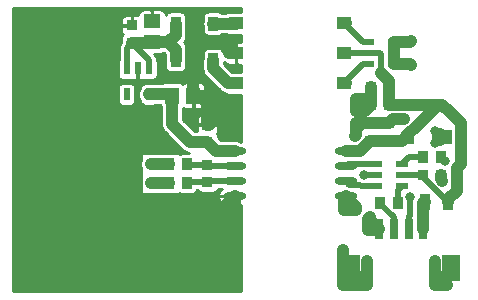
<source format=gbr>
G04 #@! TF.GenerationSoftware,KiCad,Pcbnew,6.0.0-rc1-unknown-5edf350~66~ubuntu18.10.1*
G04 #@! TF.CreationDate,2019-02-07T09:47:30-05:00
G04 #@! TF.ProjectId,current_sensor,63757272-656e-4745-9f73-656e736f722e,rev?*
G04 #@! TF.SameCoordinates,Original*
G04 #@! TF.FileFunction,Copper,L1,Top*
G04 #@! TF.FilePolarity,Positive*
%FSLAX46Y46*%
G04 Gerber Fmt 4.6, Leading zero omitted, Abs format (unit mm)*
G04 Created by KiCad (PCBNEW 6.0.0-rc1-unknown-5edf350~66~ubuntu18.10.1) date 2019-02-07 09:47:30*
%MOMM*%
%LPD*%
G04 APERTURE LIST*
%ADD10R,0.900000X1.200000*%
%ADD11R,0.850000X1.000000*%
%ADD12R,0.950000X1.450000*%
%ADD13R,0.900000X0.950000*%
%ADD14R,0.700000X1.800000*%
%ADD15R,1.600000X2.200000*%
%ADD16R,1.100000X0.600000*%
%ADD17R,1.300000X1.100000*%
%ADD18R,0.950000X0.900000*%
%ADD19R,1.450000X1.150000*%
%ADD20R,1.150000X1.450000*%
%ADD21O,1.950000X0.600000*%
%ADD22R,0.600000X1.100000*%
%ADD23C,0.800000*%
%ADD24C,0.500000*%
%ADD25C,1.000000*%
%ADD26C,0.250000*%
G04 APERTURE END LIST*
D10*
X150500000Y-76900000D03*
X147300000Y-76900000D03*
D11*
X166150000Y-89000000D03*
X164650000Y-89000000D03*
D12*
X168400000Y-88900000D03*
X170400000Y-88900000D03*
D10*
X167100000Y-83400000D03*
X170300000Y-83400000D03*
D13*
X169750000Y-86600000D03*
X168250000Y-86600000D03*
D14*
X164525000Y-91200000D03*
X165775000Y-91200000D03*
X167025000Y-91200000D03*
X168275000Y-91200000D03*
D15*
X162175000Y-94500000D03*
X170625000Y-94500000D03*
D16*
X164300000Y-85650000D03*
X164300000Y-87550000D03*
X164300000Y-86600000D03*
X166500000Y-87550000D03*
X166500000Y-85650000D03*
X166500000Y-86600000D03*
D17*
X161570000Y-78840000D03*
X161570000Y-76300000D03*
X161570000Y-73760000D03*
X152430000Y-73760000D03*
X152430000Y-76300000D03*
X152430000Y-78840000D03*
D18*
X163800000Y-82250000D03*
X163800000Y-83750000D03*
X150000000Y-83850000D03*
X150000000Y-82350000D03*
X150000000Y-87250000D03*
X150000000Y-85750000D03*
X143600000Y-75450000D03*
X143600000Y-73950000D03*
D13*
X163850000Y-80700000D03*
X165350000Y-80700000D03*
X165350000Y-79200000D03*
X163850000Y-79200000D03*
D18*
X165400000Y-82250000D03*
X165400000Y-83750000D03*
D19*
X145300000Y-73600000D03*
X145300000Y-75400000D03*
D20*
X147000000Y-79900000D03*
X148800000Y-79900000D03*
D11*
X168250000Y-85100000D03*
X169750000Y-85100000D03*
X148250000Y-87300000D03*
X146750000Y-87300000D03*
X148250000Y-85700000D03*
X146750000Y-85700000D03*
D21*
X152300000Y-84595000D03*
X152300000Y-85865000D03*
X152300000Y-87135000D03*
X152300000Y-88405000D03*
X161700000Y-88405000D03*
X161700000Y-87135000D03*
X161700000Y-85865000D03*
X161700000Y-84595000D03*
D10*
X147300000Y-73800000D03*
X150500000Y-73800000D03*
D22*
X145050000Y-79800000D03*
X143150000Y-79800000D03*
X144100000Y-77600000D03*
X143150000Y-77600000D03*
X145050000Y-77600000D03*
D16*
X163600000Y-75350000D03*
X163600000Y-77250000D03*
X163600000Y-76300000D03*
X165800000Y-77250000D03*
X165800000Y-75350000D03*
D23*
X161500000Y-93000000D03*
X170300000Y-95900000D03*
X169300000Y-95900000D03*
X169300000Y-94900000D03*
X169300000Y-93900000D03*
X161500000Y-95900000D03*
X162500000Y-95900000D03*
X163500000Y-95900000D03*
X163500000Y-94900000D03*
X163500000Y-93900000D03*
X162600000Y-89600000D03*
X169300000Y-82900000D03*
X169300000Y-83900000D03*
X163764272Y-90210144D03*
X163585651Y-91298110D03*
X162463188Y-83337213D03*
X162600000Y-82200000D03*
X163270745Y-86628392D03*
X167200000Y-75300000D03*
X167200000Y-77300000D03*
X166600000Y-81900000D03*
X162600000Y-81200000D03*
X162600000Y-80200000D03*
X161600000Y-89600000D03*
X169900000Y-87100000D03*
X170132528Y-85476529D03*
X167180400Y-88470994D03*
X145900000Y-85700000D03*
X145200000Y-85700000D03*
X145900000Y-87300000D03*
X151528698Y-89450934D03*
X152507488Y-89450934D03*
X150000000Y-81500000D03*
X151000000Y-81500000D03*
X151000000Y-80500000D03*
X150000000Y-80500000D03*
X145200000Y-87300000D03*
D24*
X163600000Y-75350000D02*
X163160000Y-75350000D01*
X163160000Y-75350000D02*
X161570000Y-73760000D01*
D25*
X161760000Y-73760000D02*
X161570000Y-73760000D01*
D24*
X163600000Y-77250000D02*
X163160000Y-77250000D01*
X163160000Y-77250000D02*
X161570000Y-78840000D01*
D25*
X161760000Y-78840000D02*
X161570000Y-78840000D01*
X170510002Y-81300000D02*
X171450001Y-82239999D01*
X169900002Y-80690000D02*
X170510002Y-81300000D01*
X171100000Y-86000000D02*
X171100000Y-86675000D01*
X169500000Y-80690000D02*
X169900002Y-80690000D01*
X171450001Y-85649999D02*
X171100000Y-86000000D01*
D24*
X170341986Y-88900000D02*
X168250000Y-86808014D01*
X170400000Y-88900000D02*
X170341986Y-88900000D01*
X168250000Y-86808014D02*
X168250000Y-86600000D01*
D25*
X170400000Y-88650000D02*
X171100000Y-87950000D01*
X171100000Y-87950000D02*
X171100000Y-86675000D01*
X170400000Y-88900000D02*
X170400000Y-88650000D01*
D24*
X166500000Y-86600000D02*
X168250000Y-86600000D01*
X164700000Y-76350000D02*
X164700000Y-78000000D01*
D25*
X165350000Y-79200000D02*
X165350000Y-78650000D01*
X165350000Y-78650000D02*
X164700000Y-78000000D01*
X169500000Y-80690000D02*
X165360000Y-80690000D01*
X165360000Y-80690000D02*
X165350000Y-80700000D01*
X169500000Y-80690000D02*
X167660525Y-82536545D01*
X167660525Y-82536545D02*
X167656990Y-82533010D01*
X167089990Y-83100010D02*
X167097060Y-83100010D01*
X165400000Y-83750000D02*
X166440000Y-83750000D01*
X166440000Y-83750000D02*
X167089990Y-83100010D01*
X167097060Y-83100010D02*
X167660525Y-82536545D01*
D24*
X163600000Y-76300000D02*
X161570000Y-76300000D01*
D25*
X165350000Y-79200000D02*
X165350000Y-80700000D01*
D24*
X163600000Y-76300000D02*
X164650000Y-76300000D01*
X164650000Y-76300000D02*
X164700000Y-76350000D01*
D25*
X163800000Y-83750000D02*
X165400000Y-83750000D01*
X161700000Y-84595000D02*
X162955000Y-84595000D01*
X162955000Y-84595000D02*
X163800000Y-83750000D01*
X171450001Y-83300000D02*
X171450001Y-85649999D01*
X171450001Y-82239999D02*
X171450001Y-83300000D01*
X161500000Y-95900000D02*
X161500000Y-93000000D01*
X162500000Y-95900000D02*
X163500000Y-94900000D01*
X170300000Y-95900000D02*
X169300000Y-94900000D01*
X169300000Y-95900000D02*
X170300000Y-95900000D01*
X169300000Y-94900000D02*
X169300000Y-95900000D01*
X169300000Y-93900000D02*
X169300000Y-94900000D01*
X162500000Y-95900000D02*
X161500000Y-95900000D01*
X163500000Y-95900000D02*
X162500000Y-95900000D01*
X163500000Y-94900000D02*
X163500000Y-95900000D01*
X163500000Y-93900000D02*
X163500000Y-94900000D01*
X163764272Y-90210144D02*
X163764272Y-90439272D01*
X163764272Y-90439272D02*
X164525000Y-91200000D01*
X163585651Y-91298110D02*
X164426890Y-91298110D01*
X164426890Y-91298110D02*
X164525000Y-91200000D01*
X162600000Y-89600000D02*
X162600000Y-89305000D01*
X162600000Y-89305000D02*
X161700000Y-88405000D01*
X162600000Y-89600000D02*
X161600000Y-89600000D01*
X161600000Y-89600000D02*
X161600000Y-88505000D01*
X161600000Y-88505000D02*
X161700000Y-88405000D01*
D24*
X169300000Y-83900000D02*
X169800000Y-83900000D01*
X169800000Y-83900000D02*
X170300000Y-83400000D01*
X169300000Y-82900000D02*
X169800000Y-83400000D01*
X169300000Y-82900000D02*
X169800000Y-82900000D01*
X169800000Y-82900000D02*
X170300000Y-83400000D01*
X169300000Y-83900000D02*
X169300000Y-82900000D01*
X170300000Y-83400000D02*
X169800000Y-83400000D01*
X169800000Y-83400000D02*
X169300000Y-83900000D01*
D25*
X163764272Y-90210144D02*
X163764272Y-90339272D01*
X163585651Y-91298110D02*
X163585651Y-90388765D01*
X163585651Y-90388765D02*
X163764272Y-90210144D01*
X163683761Y-91200000D02*
X163585651Y-91298110D01*
X163800000Y-82250000D02*
X163114998Y-82250000D01*
X163114998Y-82250000D02*
X162600000Y-82764998D01*
X162600000Y-82764998D02*
X162600000Y-83200401D01*
X162600000Y-82200000D02*
X162600000Y-83200401D01*
X162600000Y-83200401D02*
X162463188Y-83337213D01*
X163850000Y-80700000D02*
X163850000Y-79200000D01*
X163800000Y-82250000D02*
X162650000Y-82250000D01*
X162650000Y-82250000D02*
X162600000Y-82200000D01*
X162600000Y-81200000D02*
X163350000Y-81200000D01*
X163350000Y-81200000D02*
X163850000Y-80700000D01*
X166034315Y-81900000D02*
X166600000Y-81900000D01*
X165750000Y-81900000D02*
X166034315Y-81900000D01*
X165400000Y-82250000D02*
X165750000Y-81900000D01*
D24*
X164300000Y-86600000D02*
X163299137Y-86600000D01*
X163299137Y-86600000D02*
X163270745Y-86628392D01*
D25*
X165800000Y-75350000D02*
X167150000Y-75350000D01*
X167150000Y-75350000D02*
X167200000Y-75300000D01*
X165800000Y-77250000D02*
X167150000Y-77250000D01*
X167150000Y-77250000D02*
X167200000Y-77300000D01*
X163800000Y-82250000D02*
X165400000Y-82250000D01*
X163800000Y-82250000D02*
X163550000Y-82250000D01*
X162600000Y-80200000D02*
X163350000Y-80200000D01*
X163350000Y-80200000D02*
X163850000Y-80700000D01*
X162600000Y-80200000D02*
X162600000Y-81200000D01*
X165800000Y-75350000D02*
X165800000Y-77250000D01*
X169750000Y-86950000D02*
X169900000Y-87100000D01*
X169750000Y-86600000D02*
X169750000Y-86950000D01*
X147000000Y-79900000D02*
X147000000Y-82325000D01*
X147000000Y-82325000D02*
X148525000Y-83850000D01*
X148525000Y-83850000D02*
X150000000Y-83850000D01*
X152300000Y-84595000D02*
X150745000Y-84595000D01*
X150745000Y-84595000D02*
X150000000Y-83850000D01*
X145050000Y-79800000D02*
X146900000Y-79800000D01*
X146900000Y-79800000D02*
X147000000Y-79900000D01*
X147300000Y-76900000D02*
X147300000Y-76000000D01*
D24*
X145050000Y-77600000D02*
X145050000Y-76900000D01*
X145050000Y-76900000D02*
X143600000Y-75450000D01*
X143150000Y-77600000D02*
X143150000Y-75900000D01*
X143150000Y-75900000D02*
X143600000Y-75450000D01*
D25*
X143600000Y-75450000D02*
X145250000Y-75450000D01*
X145250000Y-75450000D02*
X145300000Y-75400000D01*
X147300000Y-73800000D02*
X147300000Y-74800000D01*
X147300000Y-74800000D02*
X146700000Y-75400000D01*
X146700000Y-75400000D02*
X145300000Y-75400000D01*
X147300000Y-76000000D02*
X146700000Y-75400000D01*
X150500000Y-73800000D02*
X152390000Y-73800000D01*
X152390000Y-73800000D02*
X152430000Y-73760000D01*
X150500000Y-76900000D02*
X150500000Y-77600000D01*
X152430000Y-78840000D02*
X151740000Y-78840000D01*
X151740000Y-78840000D02*
X150500000Y-77600000D01*
D24*
X167180400Y-90019600D02*
X167025000Y-90175000D01*
X167025000Y-90175000D02*
X167025000Y-91200000D01*
X167180400Y-88470994D02*
X167180400Y-90019600D01*
X170132528Y-85435055D02*
X170132528Y-85476529D01*
X169797473Y-85100000D02*
X170132528Y-85435055D01*
X169750000Y-85100000D02*
X169797473Y-85100000D01*
X167125000Y-88526394D02*
X167180400Y-88470994D01*
X150000000Y-85750000D02*
X148300000Y-85750000D01*
X148300000Y-85750000D02*
X148250000Y-85700000D01*
X152300000Y-85865000D02*
X150115000Y-85865000D01*
X150115000Y-85865000D02*
X150000000Y-85750000D01*
X164300000Y-87550000D02*
X163039576Y-87550000D01*
X162944566Y-87454990D02*
X162019990Y-87454990D01*
X163039576Y-87550000D02*
X162944566Y-87454990D01*
X162019990Y-87454990D02*
X161700000Y-87135000D01*
X161915000Y-85650000D02*
X161700000Y-85865000D01*
X164300000Y-85650000D02*
X161915000Y-85650000D01*
D25*
X146750000Y-85700000D02*
X145900000Y-85700000D01*
X145200000Y-85700000D02*
X146750000Y-85700000D01*
D24*
X165775000Y-91200000D02*
X165775000Y-90200000D01*
X165775000Y-90200000D02*
X164650000Y-89075000D01*
X164650000Y-89075000D02*
X164650000Y-89000000D01*
D25*
X146750000Y-87300000D02*
X145900000Y-87300000D01*
X152430000Y-76300000D02*
X151530000Y-75400000D01*
X151530000Y-75400000D02*
X149689998Y-75400000D01*
X149689998Y-75400000D02*
X148800000Y-76289998D01*
X148800000Y-76289998D02*
X148800000Y-79900000D01*
X145200000Y-87300000D02*
X146750000Y-87300000D01*
X151528698Y-89450934D02*
X151528698Y-89176302D01*
X151528698Y-89176302D02*
X152300000Y-88405000D01*
X152507488Y-89450934D02*
X151528698Y-89450934D01*
X152300000Y-88405000D02*
X152300000Y-89243446D01*
X152300000Y-89243446D02*
X152507488Y-89450934D01*
X148800000Y-79900000D02*
X150400000Y-79900000D01*
X150400000Y-79900000D02*
X151000000Y-80500000D01*
X150000000Y-82350000D02*
X150150000Y-82350000D01*
X150150000Y-82350000D02*
X151000000Y-81500000D01*
X150000000Y-82350000D02*
X150000000Y-81500000D01*
X150000000Y-81500000D02*
X150000000Y-80500000D01*
X151000000Y-81500000D02*
X150000000Y-81500000D01*
X151000000Y-80500000D02*
X151000000Y-81500000D01*
X150000000Y-80500000D02*
X151000000Y-80500000D01*
X148800000Y-79900000D02*
X149400000Y-79900000D01*
X149400000Y-79900000D02*
X150000000Y-80500000D01*
X152430000Y-76300000D02*
X151800000Y-76300000D01*
D24*
X166150000Y-88000000D02*
X166150000Y-89000000D01*
X166150000Y-87900000D02*
X166150000Y-88000000D01*
X166500000Y-87550000D02*
X166150000Y-87900000D01*
X168250000Y-85100000D02*
X167050000Y-85100000D01*
X167050000Y-85100000D02*
X166500000Y-85650000D01*
D25*
X168275000Y-91200000D02*
X168275000Y-89025000D01*
X168275000Y-89025000D02*
X168400000Y-88900000D01*
D24*
X168375000Y-88925000D02*
X168400000Y-88900000D01*
X150000000Y-87250000D02*
X148300000Y-87250000D01*
X148300000Y-87250000D02*
X148250000Y-87300000D01*
X152300000Y-87135000D02*
X150115000Y-87135000D01*
X150115000Y-87135000D02*
X150000000Y-87250000D01*
D26*
G36*
X152875000Y-72782944D02*
G01*
X151780000Y-72782944D01*
X151696686Y-72791150D01*
X151616573Y-72815452D01*
X151542740Y-72854916D01*
X151518268Y-72875000D01*
X151223917Y-72875000D01*
X151187260Y-72844916D01*
X151113427Y-72805452D01*
X151033314Y-72781150D01*
X150950000Y-72772944D01*
X150050000Y-72772944D01*
X149966686Y-72781150D01*
X149886573Y-72805452D01*
X149812740Y-72844916D01*
X149748026Y-72898026D01*
X149694916Y-72962740D01*
X149655452Y-73036573D01*
X149631150Y-73116686D01*
X149622944Y-73200000D01*
X149622944Y-73504741D01*
X149588385Y-73618668D01*
X149570525Y-73800000D01*
X149588385Y-73981332D01*
X149622944Y-74095259D01*
X149622944Y-74400000D01*
X149631150Y-74483314D01*
X149655452Y-74563427D01*
X149694916Y-74637260D01*
X149748026Y-74701974D01*
X149812740Y-74755084D01*
X149886573Y-74794548D01*
X149966686Y-74818850D01*
X150050000Y-74827056D01*
X150950000Y-74827056D01*
X151033314Y-74818850D01*
X151113427Y-74794548D01*
X151187260Y-74755084D01*
X151223917Y-74725000D01*
X151683994Y-74725000D01*
X151696686Y-74728850D01*
X151780000Y-74737056D01*
X152875000Y-74737056D01*
X152875000Y-75325000D01*
X152561250Y-75325000D01*
X152455000Y-75431250D01*
X152455000Y-76275000D01*
X152475000Y-76275000D01*
X152475000Y-76325000D01*
X152455000Y-76325000D01*
X152455000Y-77168750D01*
X152561250Y-77275000D01*
X152875000Y-77275000D01*
X152875000Y-77862944D01*
X152071092Y-77862944D01*
X151425000Y-77216853D01*
X151425000Y-77083685D01*
X151449881Y-77120922D01*
X151509078Y-77180119D01*
X151578687Y-77226630D01*
X151656032Y-77258667D01*
X151738141Y-77275000D01*
X152298750Y-77275000D01*
X152405000Y-77168750D01*
X152405000Y-76325000D01*
X152385000Y-76325000D01*
X152385000Y-76275000D01*
X152405000Y-76275000D01*
X152405000Y-75431250D01*
X152298750Y-75325000D01*
X151738141Y-75325000D01*
X151656032Y-75341333D01*
X151578687Y-75373370D01*
X151509078Y-75419881D01*
X151449881Y-75479078D01*
X151403370Y-75548687D01*
X151371332Y-75626032D01*
X151355000Y-75708141D01*
X151355000Y-76168750D01*
X151461248Y-76274998D01*
X151374593Y-76274998D01*
X151368850Y-76216686D01*
X151344548Y-76136573D01*
X151305084Y-76062740D01*
X151251974Y-75998026D01*
X151187260Y-75944916D01*
X151113427Y-75905452D01*
X151033314Y-75881150D01*
X150950000Y-75872944D01*
X150050000Y-75872944D01*
X149966686Y-75881150D01*
X149886573Y-75905452D01*
X149812740Y-75944916D01*
X149748026Y-75998026D01*
X149694916Y-76062740D01*
X149655452Y-76136573D01*
X149631150Y-76216686D01*
X149622944Y-76300000D01*
X149622944Y-76604742D01*
X149588385Y-76718669D01*
X149575000Y-76854566D01*
X149575000Y-77554573D01*
X149570526Y-77600000D01*
X149575000Y-77645427D01*
X149575000Y-77645435D01*
X149586158Y-77758723D01*
X149588385Y-77781331D01*
X149641277Y-77955694D01*
X149727170Y-78116388D01*
X149813799Y-78221946D01*
X149813802Y-78221949D01*
X149842763Y-78257238D01*
X149878052Y-78286199D01*
X151053801Y-79461949D01*
X151082762Y-79497238D01*
X151223611Y-79612830D01*
X151250608Y-79627260D01*
X151384305Y-79698723D01*
X151550091Y-79749013D01*
X151616573Y-79784548D01*
X151696686Y-79808850D01*
X151780000Y-79817056D01*
X152875000Y-79817056D01*
X152875000Y-83870000D01*
X152874670Y-83870000D01*
X152816389Y-83822170D01*
X152655695Y-83736277D01*
X152481332Y-83683385D01*
X152345435Y-83670000D01*
X151128148Y-83670000D01*
X150902056Y-83443909D01*
X150902056Y-83400000D01*
X150893850Y-83316686D01*
X150869548Y-83236573D01*
X150830084Y-83162740D01*
X150777443Y-83098598D01*
X150805119Y-83070922D01*
X150851630Y-83001313D01*
X150883667Y-82923968D01*
X150900000Y-82841859D01*
X150900000Y-82481250D01*
X150793750Y-82375000D01*
X150025000Y-82375000D01*
X150025000Y-82395000D01*
X149975000Y-82395000D01*
X149975000Y-82375000D01*
X149206250Y-82375000D01*
X149100000Y-82481250D01*
X149100000Y-82841859D01*
X149116333Y-82923968D01*
X149116760Y-82925000D01*
X148908148Y-82925000D01*
X147925000Y-81941853D01*
X147925000Y-81858141D01*
X149100000Y-81858141D01*
X149100000Y-82218750D01*
X149206250Y-82325000D01*
X149975000Y-82325000D01*
X149975000Y-81581250D01*
X150025000Y-81581250D01*
X150025000Y-82325000D01*
X150793750Y-82325000D01*
X150900000Y-82218750D01*
X150900000Y-81858141D01*
X150883667Y-81776032D01*
X150851630Y-81698687D01*
X150805119Y-81629078D01*
X150745922Y-81569881D01*
X150676313Y-81523370D01*
X150598968Y-81491332D01*
X150516859Y-81475000D01*
X150131250Y-81475000D01*
X150025000Y-81581250D01*
X149975000Y-81581250D01*
X149868750Y-81475000D01*
X149483141Y-81475000D01*
X149401032Y-81491332D01*
X149323687Y-81523370D01*
X149254078Y-81569881D01*
X149194881Y-81629078D01*
X149148370Y-81698687D01*
X149116333Y-81776032D01*
X149100000Y-81858141D01*
X147925000Y-81858141D01*
X147925000Y-80926041D01*
X147954078Y-80955119D01*
X148023687Y-81001630D01*
X148101032Y-81033667D01*
X148183141Y-81050000D01*
X148668750Y-81050000D01*
X148775000Y-80943750D01*
X148775000Y-79925000D01*
X148825000Y-79925000D01*
X148825000Y-80943750D01*
X148931250Y-81050000D01*
X149416859Y-81050000D01*
X149498968Y-81033667D01*
X149576313Y-81001630D01*
X149645922Y-80955119D01*
X149705119Y-80895922D01*
X149751630Y-80826313D01*
X149783668Y-80748968D01*
X149800000Y-80666859D01*
X149800000Y-80031250D01*
X149693750Y-79925000D01*
X148825000Y-79925000D01*
X148775000Y-79925000D01*
X148755000Y-79925000D01*
X148755000Y-79875000D01*
X148775000Y-79875000D01*
X148775000Y-78856250D01*
X148825000Y-78856250D01*
X148825000Y-79875000D01*
X149693750Y-79875000D01*
X149800000Y-79768750D01*
X149800000Y-79133141D01*
X149783668Y-79051032D01*
X149751630Y-78973687D01*
X149705119Y-78904078D01*
X149645922Y-78844881D01*
X149576313Y-78798370D01*
X149498968Y-78766333D01*
X149416859Y-78750000D01*
X148931250Y-78750000D01*
X148825000Y-78856250D01*
X148775000Y-78856250D01*
X148668750Y-78750000D01*
X148183141Y-78750000D01*
X148101032Y-78766333D01*
X148023687Y-78798370D01*
X147954078Y-78844881D01*
X147899043Y-78899916D01*
X147876974Y-78873026D01*
X147812260Y-78819916D01*
X147738427Y-78780452D01*
X147658314Y-78756150D01*
X147575000Y-78747944D01*
X146425000Y-78747944D01*
X146341686Y-78756150D01*
X146261573Y-78780452D01*
X146187740Y-78819916D01*
X146123026Y-78873026D01*
X146121406Y-78875000D01*
X145549999Y-78875000D01*
X145513427Y-78855452D01*
X145433314Y-78831150D01*
X145350000Y-78822944D01*
X144750000Y-78822944D01*
X144666686Y-78831150D01*
X144586573Y-78855452D01*
X144512740Y-78894916D01*
X144448026Y-78948026D01*
X144394916Y-79012740D01*
X144355452Y-79086573D01*
X144331150Y-79166686D01*
X144325425Y-79224812D01*
X144277170Y-79283611D01*
X144191277Y-79444305D01*
X144138385Y-79618668D01*
X144120525Y-79800000D01*
X144138385Y-79981332D01*
X144191277Y-80155695D01*
X144277170Y-80316389D01*
X144325425Y-80375188D01*
X144331150Y-80433314D01*
X144355452Y-80513427D01*
X144394916Y-80587260D01*
X144448026Y-80651974D01*
X144512740Y-80705084D01*
X144586573Y-80744548D01*
X144666686Y-80768850D01*
X144750000Y-80777056D01*
X145350000Y-80777056D01*
X145433314Y-80768850D01*
X145513427Y-80744548D01*
X145549999Y-80725000D01*
X146011212Y-80725000D01*
X146030452Y-80788427D01*
X146069916Y-80862260D01*
X146075000Y-80868455D01*
X146075001Y-82279564D01*
X146070526Y-82325000D01*
X146088385Y-82506331D01*
X146141277Y-82680694D01*
X146227170Y-82841388D01*
X146313799Y-82946946D01*
X146313802Y-82946949D01*
X146342763Y-82982238D01*
X146378052Y-83011199D01*
X147838801Y-84471949D01*
X147867762Y-84507238D01*
X147903051Y-84536199D01*
X147903053Y-84536201D01*
X147935942Y-84563192D01*
X148008611Y-84622830D01*
X148169305Y-84708723D01*
X148343668Y-84761615D01*
X148458691Y-84772944D01*
X147825000Y-84772944D01*
X147741686Y-84781150D01*
X147661573Y-84805452D01*
X147606306Y-84834992D01*
X147603934Y-84830554D01*
X147588388Y-84811612D01*
X147569446Y-84796066D01*
X147547835Y-84784515D01*
X147524386Y-84777402D01*
X147500000Y-84775000D01*
X147195874Y-84775000D01*
X147175000Y-84772944D01*
X146325000Y-84772944D01*
X146304126Y-84775000D01*
X144500000Y-84775000D01*
X144475614Y-84777402D01*
X144452165Y-84784515D01*
X144430554Y-84796066D01*
X144411612Y-84811612D01*
X144396066Y-84830554D01*
X144384515Y-84852165D01*
X144377402Y-84875614D01*
X144375000Y-84900000D01*
X144375000Y-85281214D01*
X144341277Y-85344305D01*
X144288385Y-85518668D01*
X144270525Y-85700000D01*
X144288385Y-85881332D01*
X144341277Y-86055695D01*
X144375000Y-86118786D01*
X144375000Y-88100000D01*
X144377402Y-88124386D01*
X144384515Y-88147835D01*
X144396066Y-88169446D01*
X144411612Y-88188388D01*
X144430554Y-88203934D01*
X144452165Y-88215485D01*
X144475614Y-88222598D01*
X144500000Y-88225000D01*
X147500000Y-88225000D01*
X147524386Y-88222598D01*
X147547835Y-88215485D01*
X147569446Y-88203934D01*
X147588388Y-88188388D01*
X147603934Y-88169446D01*
X147606306Y-88165008D01*
X147661573Y-88194548D01*
X147741686Y-88218850D01*
X147825000Y-88227056D01*
X148675000Y-88227056D01*
X148758314Y-88218850D01*
X148838427Y-88194548D01*
X148912260Y-88155084D01*
X148976974Y-88101974D01*
X149030084Y-88037260D01*
X149069548Y-87963427D01*
X149081205Y-87925000D01*
X149163363Y-87925000D01*
X149169916Y-87937260D01*
X149223026Y-88001974D01*
X149287740Y-88055084D01*
X149361573Y-88094548D01*
X149441686Y-88118850D01*
X149525000Y-88127056D01*
X150475000Y-88127056D01*
X150558314Y-88118850D01*
X150638427Y-88094548D01*
X150712260Y-88055084D01*
X150776974Y-88001974D01*
X150830084Y-87937260D01*
X150869548Y-87863427D01*
X150885755Y-87810000D01*
X151211902Y-87810000D01*
X151201425Y-87816073D01*
X151094670Y-87910024D01*
X151008295Y-88022997D01*
X150945620Y-88150650D01*
X150913263Y-88266960D01*
X151006755Y-88380000D01*
X152275000Y-88380000D01*
X152275000Y-88360000D01*
X152325000Y-88360000D01*
X152325000Y-88380000D01*
X152345000Y-88380000D01*
X152345000Y-88430000D01*
X152325000Y-88430000D01*
X152325000Y-89130000D01*
X152875000Y-89130000D01*
X152875000Y-96475000D01*
X133525000Y-96475000D01*
X133525000Y-88543040D01*
X150913263Y-88543040D01*
X150945620Y-88659350D01*
X151008295Y-88787003D01*
X151094670Y-88899976D01*
X151201425Y-88993927D01*
X151324458Y-89065246D01*
X151459040Y-89111192D01*
X151600000Y-89130000D01*
X152275000Y-89130000D01*
X152275000Y-88430000D01*
X151006755Y-88430000D01*
X150913263Y-88543040D01*
X133525000Y-88543040D01*
X133525000Y-79250000D01*
X142422944Y-79250000D01*
X142422944Y-80350000D01*
X142431150Y-80433314D01*
X142455452Y-80513427D01*
X142494916Y-80587260D01*
X142548026Y-80651974D01*
X142612740Y-80705084D01*
X142686573Y-80744548D01*
X142766686Y-80768850D01*
X142850000Y-80777056D01*
X143450000Y-80777056D01*
X143533314Y-80768850D01*
X143613427Y-80744548D01*
X143687260Y-80705084D01*
X143751974Y-80651974D01*
X143805084Y-80587260D01*
X143844548Y-80513427D01*
X143868850Y-80433314D01*
X143877056Y-80350000D01*
X143877056Y-79250000D01*
X143868850Y-79166686D01*
X143844548Y-79086573D01*
X143805084Y-79012740D01*
X143751974Y-78948026D01*
X143687260Y-78894916D01*
X143613427Y-78855452D01*
X143533314Y-78831150D01*
X143450000Y-78822944D01*
X142850000Y-78822944D01*
X142766686Y-78831150D01*
X142686573Y-78855452D01*
X142612740Y-78894916D01*
X142548026Y-78948026D01*
X142494916Y-79012740D01*
X142455452Y-79086573D01*
X142431150Y-79166686D01*
X142422944Y-79250000D01*
X133525000Y-79250000D01*
X133525000Y-77050000D01*
X142422944Y-77050000D01*
X142422944Y-78150000D01*
X142431150Y-78233314D01*
X142455452Y-78313427D01*
X142494916Y-78387260D01*
X142548026Y-78451974D01*
X142612740Y-78505084D01*
X142686573Y-78544548D01*
X142766686Y-78568850D01*
X142850000Y-78577056D01*
X143450000Y-78577056D01*
X143533314Y-78568850D01*
X143613427Y-78544548D01*
X143625878Y-78537893D01*
X143676032Y-78558668D01*
X143758141Y-78575000D01*
X143968750Y-78575000D01*
X144075000Y-78468750D01*
X144075000Y-77625000D01*
X144055000Y-77625000D01*
X144055000Y-77575000D01*
X144075000Y-77575000D01*
X144075000Y-77555000D01*
X144125000Y-77555000D01*
X144125000Y-77575000D01*
X144145000Y-77575000D01*
X144145000Y-77625000D01*
X144125000Y-77625000D01*
X144125000Y-78468750D01*
X144231250Y-78575000D01*
X144441859Y-78575000D01*
X144523968Y-78558668D01*
X144574122Y-78537893D01*
X144586573Y-78544548D01*
X144666686Y-78568850D01*
X144750000Y-78577056D01*
X145350000Y-78577056D01*
X145433314Y-78568850D01*
X145513427Y-78544548D01*
X145587260Y-78505084D01*
X145651974Y-78451974D01*
X145705084Y-78387260D01*
X145744548Y-78313427D01*
X145768850Y-78233314D01*
X145777056Y-78150000D01*
X145777056Y-77050000D01*
X145768850Y-76966686D01*
X145744548Y-76886573D01*
X145722967Y-76846197D01*
X145715233Y-76767677D01*
X145700735Y-76719881D01*
X145676636Y-76640439D01*
X145667285Y-76622944D01*
X145613958Y-76523176D01*
X145529606Y-76420394D01*
X145507261Y-76402056D01*
X146025000Y-76402056D01*
X146108314Y-76393850D01*
X146188427Y-76369548D01*
X146262260Y-76330084D01*
X146268455Y-76325000D01*
X146316853Y-76325000D01*
X146375000Y-76383147D01*
X146375000Y-76945434D01*
X146388385Y-77081331D01*
X146422944Y-77195258D01*
X146422944Y-77500000D01*
X146431150Y-77583314D01*
X146455452Y-77663427D01*
X146494916Y-77737260D01*
X146548026Y-77801974D01*
X146612740Y-77855084D01*
X146686573Y-77894548D01*
X146766686Y-77918850D01*
X146850000Y-77927056D01*
X147750000Y-77927056D01*
X147833314Y-77918850D01*
X147913427Y-77894548D01*
X147987260Y-77855084D01*
X148051974Y-77801974D01*
X148105084Y-77737260D01*
X148144548Y-77663427D01*
X148168850Y-77583314D01*
X148177056Y-77500000D01*
X148177056Y-77195259D01*
X148211615Y-77081332D01*
X148225000Y-76945435D01*
X148225000Y-76045426D01*
X148229474Y-75999999D01*
X148225000Y-75954572D01*
X148225000Y-75954565D01*
X148211615Y-75818668D01*
X148158723Y-75644305D01*
X148072830Y-75483611D01*
X148004212Y-75400000D01*
X148072830Y-75316389D01*
X148158723Y-75155695D01*
X148211615Y-74981332D01*
X148225000Y-74845435D01*
X148225000Y-74845428D01*
X148229474Y-74800001D01*
X148225000Y-74754574D01*
X148225000Y-73754565D01*
X148211615Y-73618668D01*
X148177056Y-73504741D01*
X148177056Y-73200000D01*
X148168850Y-73116686D01*
X148144548Y-73036573D01*
X148105084Y-72962740D01*
X148051974Y-72898026D01*
X147987260Y-72844916D01*
X147913427Y-72805452D01*
X147833314Y-72781150D01*
X147750000Y-72772944D01*
X146850000Y-72772944D01*
X146766686Y-72781150D01*
X146686573Y-72805452D01*
X146612740Y-72844916D01*
X146548026Y-72898026D01*
X146494916Y-72962740D01*
X146455452Y-73036573D01*
X146450000Y-73054546D01*
X146450000Y-72983141D01*
X146433667Y-72901032D01*
X146401630Y-72823687D01*
X146355119Y-72754078D01*
X146295922Y-72694881D01*
X146226313Y-72648370D01*
X146148968Y-72616332D01*
X146066859Y-72600000D01*
X145431250Y-72600000D01*
X145325000Y-72706250D01*
X145325000Y-73575000D01*
X145345000Y-73575000D01*
X145345000Y-73625000D01*
X145325000Y-73625000D01*
X145325000Y-73645000D01*
X145275000Y-73645000D01*
X145275000Y-73625000D01*
X145255000Y-73625000D01*
X145255000Y-73575000D01*
X145275000Y-73575000D01*
X145275000Y-72706250D01*
X145168750Y-72600000D01*
X144533141Y-72600000D01*
X144451032Y-72616332D01*
X144373687Y-72648370D01*
X144304078Y-72694881D01*
X144244881Y-72754078D01*
X144198370Y-72823687D01*
X144166333Y-72901032D01*
X144150000Y-72983141D01*
X144150000Y-73081592D01*
X144116859Y-73075000D01*
X143731250Y-73075000D01*
X143625000Y-73181250D01*
X143625000Y-73925000D01*
X143645000Y-73925000D01*
X143645000Y-73975000D01*
X143625000Y-73975000D01*
X143625000Y-73995000D01*
X143575000Y-73995000D01*
X143575000Y-73975000D01*
X142806250Y-73975000D01*
X142700000Y-74081250D01*
X142700000Y-74441859D01*
X142716333Y-74523968D01*
X142748370Y-74601313D01*
X142794881Y-74670922D01*
X142822557Y-74698598D01*
X142769916Y-74762740D01*
X142730452Y-74836573D01*
X142706150Y-74916686D01*
X142697944Y-75000000D01*
X142697944Y-75237156D01*
X142688385Y-75268668D01*
X142673709Y-75417674D01*
X142670395Y-75420394D01*
X142649264Y-75446142D01*
X142649256Y-75446150D01*
X142586043Y-75523176D01*
X142523365Y-75640439D01*
X142484767Y-75767677D01*
X142471735Y-75900000D01*
X142475001Y-75933162D01*
X142475000Y-76850000D01*
X142455452Y-76886573D01*
X142431150Y-76966686D01*
X142422944Y-77050000D01*
X133525000Y-77050000D01*
X133525000Y-73458141D01*
X142700000Y-73458141D01*
X142700000Y-73818750D01*
X142806250Y-73925000D01*
X143575000Y-73925000D01*
X143575000Y-73181250D01*
X143468750Y-73075000D01*
X143083141Y-73075000D01*
X143001032Y-73091332D01*
X142923687Y-73123370D01*
X142854078Y-73169881D01*
X142794881Y-73229078D01*
X142748370Y-73298687D01*
X142716333Y-73376032D01*
X142700000Y-73458141D01*
X133525000Y-73458141D01*
X133525000Y-72525000D01*
X152875000Y-72525000D01*
X152875000Y-72782944D01*
X152875000Y-72782944D01*
G37*
X152875000Y-72782944D02*
X151780000Y-72782944D01*
X151696686Y-72791150D01*
X151616573Y-72815452D01*
X151542740Y-72854916D01*
X151518268Y-72875000D01*
X151223917Y-72875000D01*
X151187260Y-72844916D01*
X151113427Y-72805452D01*
X151033314Y-72781150D01*
X150950000Y-72772944D01*
X150050000Y-72772944D01*
X149966686Y-72781150D01*
X149886573Y-72805452D01*
X149812740Y-72844916D01*
X149748026Y-72898026D01*
X149694916Y-72962740D01*
X149655452Y-73036573D01*
X149631150Y-73116686D01*
X149622944Y-73200000D01*
X149622944Y-73504741D01*
X149588385Y-73618668D01*
X149570525Y-73800000D01*
X149588385Y-73981332D01*
X149622944Y-74095259D01*
X149622944Y-74400000D01*
X149631150Y-74483314D01*
X149655452Y-74563427D01*
X149694916Y-74637260D01*
X149748026Y-74701974D01*
X149812740Y-74755084D01*
X149886573Y-74794548D01*
X149966686Y-74818850D01*
X150050000Y-74827056D01*
X150950000Y-74827056D01*
X151033314Y-74818850D01*
X151113427Y-74794548D01*
X151187260Y-74755084D01*
X151223917Y-74725000D01*
X151683994Y-74725000D01*
X151696686Y-74728850D01*
X151780000Y-74737056D01*
X152875000Y-74737056D01*
X152875000Y-75325000D01*
X152561250Y-75325000D01*
X152455000Y-75431250D01*
X152455000Y-76275000D01*
X152475000Y-76275000D01*
X152475000Y-76325000D01*
X152455000Y-76325000D01*
X152455000Y-77168750D01*
X152561250Y-77275000D01*
X152875000Y-77275000D01*
X152875000Y-77862944D01*
X152071092Y-77862944D01*
X151425000Y-77216853D01*
X151425000Y-77083685D01*
X151449881Y-77120922D01*
X151509078Y-77180119D01*
X151578687Y-77226630D01*
X151656032Y-77258667D01*
X151738141Y-77275000D01*
X152298750Y-77275000D01*
X152405000Y-77168750D01*
X152405000Y-76325000D01*
X152385000Y-76325000D01*
X152385000Y-76275000D01*
X152405000Y-76275000D01*
X152405000Y-75431250D01*
X152298750Y-75325000D01*
X151738141Y-75325000D01*
X151656032Y-75341333D01*
X151578687Y-75373370D01*
X151509078Y-75419881D01*
X151449881Y-75479078D01*
X151403370Y-75548687D01*
X151371332Y-75626032D01*
X151355000Y-75708141D01*
X151355000Y-76168750D01*
X151461248Y-76274998D01*
X151374593Y-76274998D01*
X151368850Y-76216686D01*
X151344548Y-76136573D01*
X151305084Y-76062740D01*
X151251974Y-75998026D01*
X151187260Y-75944916D01*
X151113427Y-75905452D01*
X151033314Y-75881150D01*
X150950000Y-75872944D01*
X150050000Y-75872944D01*
X149966686Y-75881150D01*
X149886573Y-75905452D01*
X149812740Y-75944916D01*
X149748026Y-75998026D01*
X149694916Y-76062740D01*
X149655452Y-76136573D01*
X149631150Y-76216686D01*
X149622944Y-76300000D01*
X149622944Y-76604742D01*
X149588385Y-76718669D01*
X149575000Y-76854566D01*
X149575000Y-77554573D01*
X149570526Y-77600000D01*
X149575000Y-77645427D01*
X149575000Y-77645435D01*
X149586158Y-77758723D01*
X149588385Y-77781331D01*
X149641277Y-77955694D01*
X149727170Y-78116388D01*
X149813799Y-78221946D01*
X149813802Y-78221949D01*
X149842763Y-78257238D01*
X149878052Y-78286199D01*
X151053801Y-79461949D01*
X151082762Y-79497238D01*
X151223611Y-79612830D01*
X151250608Y-79627260D01*
X151384305Y-79698723D01*
X151550091Y-79749013D01*
X151616573Y-79784548D01*
X151696686Y-79808850D01*
X151780000Y-79817056D01*
X152875000Y-79817056D01*
X152875000Y-83870000D01*
X152874670Y-83870000D01*
X152816389Y-83822170D01*
X152655695Y-83736277D01*
X152481332Y-83683385D01*
X152345435Y-83670000D01*
X151128148Y-83670000D01*
X150902056Y-83443909D01*
X150902056Y-83400000D01*
X150893850Y-83316686D01*
X150869548Y-83236573D01*
X150830084Y-83162740D01*
X150777443Y-83098598D01*
X150805119Y-83070922D01*
X150851630Y-83001313D01*
X150883667Y-82923968D01*
X150900000Y-82841859D01*
X150900000Y-82481250D01*
X150793750Y-82375000D01*
X150025000Y-82375000D01*
X150025000Y-82395000D01*
X149975000Y-82395000D01*
X149975000Y-82375000D01*
X149206250Y-82375000D01*
X149100000Y-82481250D01*
X149100000Y-82841859D01*
X149116333Y-82923968D01*
X149116760Y-82925000D01*
X148908148Y-82925000D01*
X147925000Y-81941853D01*
X147925000Y-81858141D01*
X149100000Y-81858141D01*
X149100000Y-82218750D01*
X149206250Y-82325000D01*
X149975000Y-82325000D01*
X149975000Y-81581250D01*
X150025000Y-81581250D01*
X150025000Y-82325000D01*
X150793750Y-82325000D01*
X150900000Y-82218750D01*
X150900000Y-81858141D01*
X150883667Y-81776032D01*
X150851630Y-81698687D01*
X150805119Y-81629078D01*
X150745922Y-81569881D01*
X150676313Y-81523370D01*
X150598968Y-81491332D01*
X150516859Y-81475000D01*
X150131250Y-81475000D01*
X150025000Y-81581250D01*
X149975000Y-81581250D01*
X149868750Y-81475000D01*
X149483141Y-81475000D01*
X149401032Y-81491332D01*
X149323687Y-81523370D01*
X149254078Y-81569881D01*
X149194881Y-81629078D01*
X149148370Y-81698687D01*
X149116333Y-81776032D01*
X149100000Y-81858141D01*
X147925000Y-81858141D01*
X147925000Y-80926041D01*
X147954078Y-80955119D01*
X148023687Y-81001630D01*
X148101032Y-81033667D01*
X148183141Y-81050000D01*
X148668750Y-81050000D01*
X148775000Y-80943750D01*
X148775000Y-79925000D01*
X148825000Y-79925000D01*
X148825000Y-80943750D01*
X148931250Y-81050000D01*
X149416859Y-81050000D01*
X149498968Y-81033667D01*
X149576313Y-81001630D01*
X149645922Y-80955119D01*
X149705119Y-80895922D01*
X149751630Y-80826313D01*
X149783668Y-80748968D01*
X149800000Y-80666859D01*
X149800000Y-80031250D01*
X149693750Y-79925000D01*
X148825000Y-79925000D01*
X148775000Y-79925000D01*
X148755000Y-79925000D01*
X148755000Y-79875000D01*
X148775000Y-79875000D01*
X148775000Y-78856250D01*
X148825000Y-78856250D01*
X148825000Y-79875000D01*
X149693750Y-79875000D01*
X149800000Y-79768750D01*
X149800000Y-79133141D01*
X149783668Y-79051032D01*
X149751630Y-78973687D01*
X149705119Y-78904078D01*
X149645922Y-78844881D01*
X149576313Y-78798370D01*
X149498968Y-78766333D01*
X149416859Y-78750000D01*
X148931250Y-78750000D01*
X148825000Y-78856250D01*
X148775000Y-78856250D01*
X148668750Y-78750000D01*
X148183141Y-78750000D01*
X148101032Y-78766333D01*
X148023687Y-78798370D01*
X147954078Y-78844881D01*
X147899043Y-78899916D01*
X147876974Y-78873026D01*
X147812260Y-78819916D01*
X147738427Y-78780452D01*
X147658314Y-78756150D01*
X147575000Y-78747944D01*
X146425000Y-78747944D01*
X146341686Y-78756150D01*
X146261573Y-78780452D01*
X146187740Y-78819916D01*
X146123026Y-78873026D01*
X146121406Y-78875000D01*
X145549999Y-78875000D01*
X145513427Y-78855452D01*
X145433314Y-78831150D01*
X145350000Y-78822944D01*
X144750000Y-78822944D01*
X144666686Y-78831150D01*
X144586573Y-78855452D01*
X144512740Y-78894916D01*
X144448026Y-78948026D01*
X144394916Y-79012740D01*
X144355452Y-79086573D01*
X144331150Y-79166686D01*
X144325425Y-79224812D01*
X144277170Y-79283611D01*
X144191277Y-79444305D01*
X144138385Y-79618668D01*
X144120525Y-79800000D01*
X144138385Y-79981332D01*
X144191277Y-80155695D01*
X144277170Y-80316389D01*
X144325425Y-80375188D01*
X144331150Y-80433314D01*
X144355452Y-80513427D01*
X144394916Y-80587260D01*
X144448026Y-80651974D01*
X144512740Y-80705084D01*
X144586573Y-80744548D01*
X144666686Y-80768850D01*
X144750000Y-80777056D01*
X145350000Y-80777056D01*
X145433314Y-80768850D01*
X145513427Y-80744548D01*
X145549999Y-80725000D01*
X146011212Y-80725000D01*
X146030452Y-80788427D01*
X146069916Y-80862260D01*
X146075000Y-80868455D01*
X146075001Y-82279564D01*
X146070526Y-82325000D01*
X146088385Y-82506331D01*
X146141277Y-82680694D01*
X146227170Y-82841388D01*
X146313799Y-82946946D01*
X146313802Y-82946949D01*
X146342763Y-82982238D01*
X146378052Y-83011199D01*
X147838801Y-84471949D01*
X147867762Y-84507238D01*
X147903051Y-84536199D01*
X147903053Y-84536201D01*
X147935942Y-84563192D01*
X148008611Y-84622830D01*
X148169305Y-84708723D01*
X148343668Y-84761615D01*
X148458691Y-84772944D01*
X147825000Y-84772944D01*
X147741686Y-84781150D01*
X147661573Y-84805452D01*
X147606306Y-84834992D01*
X147603934Y-84830554D01*
X147588388Y-84811612D01*
X147569446Y-84796066D01*
X147547835Y-84784515D01*
X147524386Y-84777402D01*
X147500000Y-84775000D01*
X147195874Y-84775000D01*
X147175000Y-84772944D01*
X146325000Y-84772944D01*
X146304126Y-84775000D01*
X144500000Y-84775000D01*
X144475614Y-84777402D01*
X144452165Y-84784515D01*
X144430554Y-84796066D01*
X144411612Y-84811612D01*
X144396066Y-84830554D01*
X144384515Y-84852165D01*
X144377402Y-84875614D01*
X144375000Y-84900000D01*
X144375000Y-85281214D01*
X144341277Y-85344305D01*
X144288385Y-85518668D01*
X144270525Y-85700000D01*
X144288385Y-85881332D01*
X144341277Y-86055695D01*
X144375000Y-86118786D01*
X144375000Y-88100000D01*
X144377402Y-88124386D01*
X144384515Y-88147835D01*
X144396066Y-88169446D01*
X144411612Y-88188388D01*
X144430554Y-88203934D01*
X144452165Y-88215485D01*
X144475614Y-88222598D01*
X144500000Y-88225000D01*
X147500000Y-88225000D01*
X147524386Y-88222598D01*
X147547835Y-88215485D01*
X147569446Y-88203934D01*
X147588388Y-88188388D01*
X147603934Y-88169446D01*
X147606306Y-88165008D01*
X147661573Y-88194548D01*
X147741686Y-88218850D01*
X147825000Y-88227056D01*
X148675000Y-88227056D01*
X148758314Y-88218850D01*
X148838427Y-88194548D01*
X148912260Y-88155084D01*
X148976974Y-88101974D01*
X149030084Y-88037260D01*
X149069548Y-87963427D01*
X149081205Y-87925000D01*
X149163363Y-87925000D01*
X149169916Y-87937260D01*
X149223026Y-88001974D01*
X149287740Y-88055084D01*
X149361573Y-88094548D01*
X149441686Y-88118850D01*
X149525000Y-88127056D01*
X150475000Y-88127056D01*
X150558314Y-88118850D01*
X150638427Y-88094548D01*
X150712260Y-88055084D01*
X150776974Y-88001974D01*
X150830084Y-87937260D01*
X150869548Y-87863427D01*
X150885755Y-87810000D01*
X151211902Y-87810000D01*
X151201425Y-87816073D01*
X151094670Y-87910024D01*
X151008295Y-88022997D01*
X150945620Y-88150650D01*
X150913263Y-88266960D01*
X151006755Y-88380000D01*
X152275000Y-88380000D01*
X152275000Y-88360000D01*
X152325000Y-88360000D01*
X152325000Y-88380000D01*
X152345000Y-88380000D01*
X152345000Y-88430000D01*
X152325000Y-88430000D01*
X152325000Y-89130000D01*
X152875000Y-89130000D01*
X152875000Y-96475000D01*
X133525000Y-96475000D01*
X133525000Y-88543040D01*
X150913263Y-88543040D01*
X150945620Y-88659350D01*
X151008295Y-88787003D01*
X151094670Y-88899976D01*
X151201425Y-88993927D01*
X151324458Y-89065246D01*
X151459040Y-89111192D01*
X151600000Y-89130000D01*
X152275000Y-89130000D01*
X152275000Y-88430000D01*
X151006755Y-88430000D01*
X150913263Y-88543040D01*
X133525000Y-88543040D01*
X133525000Y-79250000D01*
X142422944Y-79250000D01*
X142422944Y-80350000D01*
X142431150Y-80433314D01*
X142455452Y-80513427D01*
X142494916Y-80587260D01*
X142548026Y-80651974D01*
X142612740Y-80705084D01*
X142686573Y-80744548D01*
X142766686Y-80768850D01*
X142850000Y-80777056D01*
X143450000Y-80777056D01*
X143533314Y-80768850D01*
X143613427Y-80744548D01*
X143687260Y-80705084D01*
X143751974Y-80651974D01*
X143805084Y-80587260D01*
X143844548Y-80513427D01*
X143868850Y-80433314D01*
X143877056Y-80350000D01*
X143877056Y-79250000D01*
X143868850Y-79166686D01*
X143844548Y-79086573D01*
X143805084Y-79012740D01*
X143751974Y-78948026D01*
X143687260Y-78894916D01*
X143613427Y-78855452D01*
X143533314Y-78831150D01*
X143450000Y-78822944D01*
X142850000Y-78822944D01*
X142766686Y-78831150D01*
X142686573Y-78855452D01*
X142612740Y-78894916D01*
X142548026Y-78948026D01*
X142494916Y-79012740D01*
X142455452Y-79086573D01*
X142431150Y-79166686D01*
X142422944Y-79250000D01*
X133525000Y-79250000D01*
X133525000Y-77050000D01*
X142422944Y-77050000D01*
X142422944Y-78150000D01*
X142431150Y-78233314D01*
X142455452Y-78313427D01*
X142494916Y-78387260D01*
X142548026Y-78451974D01*
X142612740Y-78505084D01*
X142686573Y-78544548D01*
X142766686Y-78568850D01*
X142850000Y-78577056D01*
X143450000Y-78577056D01*
X143533314Y-78568850D01*
X143613427Y-78544548D01*
X143625878Y-78537893D01*
X143676032Y-78558668D01*
X143758141Y-78575000D01*
X143968750Y-78575000D01*
X144075000Y-78468750D01*
X144075000Y-77625000D01*
X144055000Y-77625000D01*
X144055000Y-77575000D01*
X144075000Y-77575000D01*
X144075000Y-77555000D01*
X144125000Y-77555000D01*
X144125000Y-77575000D01*
X144145000Y-77575000D01*
X144145000Y-77625000D01*
X144125000Y-77625000D01*
X144125000Y-78468750D01*
X144231250Y-78575000D01*
X144441859Y-78575000D01*
X144523968Y-78558668D01*
X144574122Y-78537893D01*
X144586573Y-78544548D01*
X144666686Y-78568850D01*
X144750000Y-78577056D01*
X145350000Y-78577056D01*
X145433314Y-78568850D01*
X145513427Y-78544548D01*
X145587260Y-78505084D01*
X145651974Y-78451974D01*
X145705084Y-78387260D01*
X145744548Y-78313427D01*
X145768850Y-78233314D01*
X145777056Y-78150000D01*
X145777056Y-77050000D01*
X145768850Y-76966686D01*
X145744548Y-76886573D01*
X145722967Y-76846197D01*
X145715233Y-76767677D01*
X145700735Y-76719881D01*
X145676636Y-76640439D01*
X145667285Y-76622944D01*
X145613958Y-76523176D01*
X145529606Y-76420394D01*
X145507261Y-76402056D01*
X146025000Y-76402056D01*
X146108314Y-76393850D01*
X146188427Y-76369548D01*
X146262260Y-76330084D01*
X146268455Y-76325000D01*
X146316853Y-76325000D01*
X146375000Y-76383147D01*
X146375000Y-76945434D01*
X146388385Y-77081331D01*
X146422944Y-77195258D01*
X146422944Y-77500000D01*
X146431150Y-77583314D01*
X146455452Y-77663427D01*
X146494916Y-77737260D01*
X146548026Y-77801974D01*
X146612740Y-77855084D01*
X146686573Y-77894548D01*
X146766686Y-77918850D01*
X146850000Y-77927056D01*
X147750000Y-77927056D01*
X147833314Y-77918850D01*
X147913427Y-77894548D01*
X147987260Y-77855084D01*
X148051974Y-77801974D01*
X148105084Y-77737260D01*
X148144548Y-77663427D01*
X148168850Y-77583314D01*
X148177056Y-77500000D01*
X148177056Y-77195259D01*
X148211615Y-77081332D01*
X148225000Y-76945435D01*
X148225000Y-76045426D01*
X148229474Y-75999999D01*
X148225000Y-75954572D01*
X148225000Y-75954565D01*
X148211615Y-75818668D01*
X148158723Y-75644305D01*
X148072830Y-75483611D01*
X148004212Y-75400000D01*
X148072830Y-75316389D01*
X148158723Y-75155695D01*
X148211615Y-74981332D01*
X148225000Y-74845435D01*
X148225000Y-74845428D01*
X148229474Y-74800001D01*
X148225000Y-74754574D01*
X148225000Y-73754565D01*
X148211615Y-73618668D01*
X148177056Y-73504741D01*
X148177056Y-73200000D01*
X148168850Y-73116686D01*
X148144548Y-73036573D01*
X148105084Y-72962740D01*
X148051974Y-72898026D01*
X147987260Y-72844916D01*
X147913427Y-72805452D01*
X147833314Y-72781150D01*
X147750000Y-72772944D01*
X146850000Y-72772944D01*
X146766686Y-72781150D01*
X146686573Y-72805452D01*
X146612740Y-72844916D01*
X146548026Y-72898026D01*
X146494916Y-72962740D01*
X146455452Y-73036573D01*
X146450000Y-73054546D01*
X146450000Y-72983141D01*
X146433667Y-72901032D01*
X146401630Y-72823687D01*
X146355119Y-72754078D01*
X146295922Y-72694881D01*
X146226313Y-72648370D01*
X146148968Y-72616332D01*
X146066859Y-72600000D01*
X145431250Y-72600000D01*
X145325000Y-72706250D01*
X145325000Y-73575000D01*
X145345000Y-73575000D01*
X145345000Y-73625000D01*
X145325000Y-73625000D01*
X145325000Y-73645000D01*
X145275000Y-73645000D01*
X145275000Y-73625000D01*
X145255000Y-73625000D01*
X145255000Y-73575000D01*
X145275000Y-73575000D01*
X145275000Y-72706250D01*
X145168750Y-72600000D01*
X144533141Y-72600000D01*
X144451032Y-72616332D01*
X144373687Y-72648370D01*
X144304078Y-72694881D01*
X144244881Y-72754078D01*
X144198370Y-72823687D01*
X144166333Y-72901032D01*
X144150000Y-72983141D01*
X144150000Y-73081592D01*
X144116859Y-73075000D01*
X143731250Y-73075000D01*
X143625000Y-73181250D01*
X143625000Y-73925000D01*
X143645000Y-73925000D01*
X143645000Y-73975000D01*
X143625000Y-73975000D01*
X143625000Y-73995000D01*
X143575000Y-73995000D01*
X143575000Y-73975000D01*
X142806250Y-73975000D01*
X142700000Y-74081250D01*
X142700000Y-74441859D01*
X142716333Y-74523968D01*
X142748370Y-74601313D01*
X142794881Y-74670922D01*
X142822557Y-74698598D01*
X142769916Y-74762740D01*
X142730452Y-74836573D01*
X142706150Y-74916686D01*
X142697944Y-75000000D01*
X142697944Y-75237156D01*
X142688385Y-75268668D01*
X142673709Y-75417674D01*
X142670395Y-75420394D01*
X142649264Y-75446142D01*
X142649256Y-75446150D01*
X142586043Y-75523176D01*
X142523365Y-75640439D01*
X142484767Y-75767677D01*
X142471735Y-75900000D01*
X142475001Y-75933162D01*
X142475000Y-76850000D01*
X142455452Y-76886573D01*
X142431150Y-76966686D01*
X142422944Y-77050000D01*
X133525000Y-77050000D01*
X133525000Y-73458141D01*
X142700000Y-73458141D01*
X142700000Y-73818750D01*
X142806250Y-73925000D01*
X143575000Y-73925000D01*
X143575000Y-73181250D01*
X143468750Y-73075000D01*
X143083141Y-73075000D01*
X143001032Y-73091332D01*
X142923687Y-73123370D01*
X142854078Y-73169881D01*
X142794881Y-73229078D01*
X142748370Y-73298687D01*
X142716333Y-73376032D01*
X142700000Y-73458141D01*
X133525000Y-73458141D01*
X133525000Y-72525000D01*
X152875000Y-72525000D01*
X152875000Y-72782944D01*
M02*

</source>
